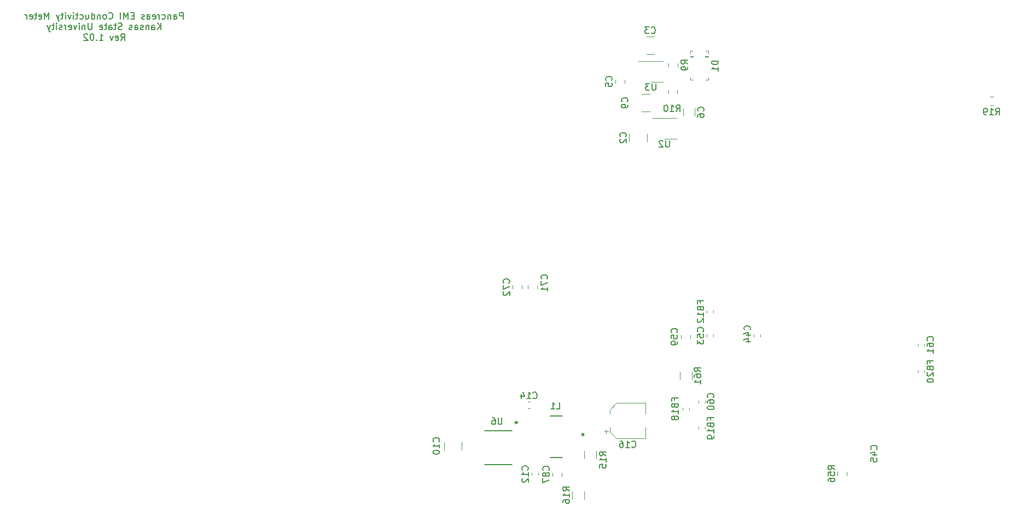
<source format=gbr>
G04 #@! TF.GenerationSoftware,KiCad,Pcbnew,(5.1.2)-1*
G04 #@! TF.CreationDate,2019-08-22T15:05:39-05:00*
G04 #@! TF.ProjectId,EMI_sensor_control_Rev1.0,454d495f-7365-46e7-936f-725f636f6e74,rev?*
G04 #@! TF.SameCoordinates,Original*
G04 #@! TF.FileFunction,Legend,Bot*
G04 #@! TF.FilePolarity,Positive*
%FSLAX46Y46*%
G04 Gerber Fmt 4.6, Leading zero omitted, Abs format (unit mm)*
G04 Created by KiCad (PCBNEW (5.1.2)-1) date 2019-08-22 15:05:39*
%MOMM*%
%LPD*%
G04 APERTURE LIST*
%ADD10C,0.150000*%
%ADD11C,0.120000*%
%ADD12C,0.100000*%
%ADD13C,0.152400*%
G04 APERTURE END LIST*
D10*
X92176666Y-60524380D02*
X92176666Y-59524380D01*
X91795714Y-59524380D01*
X91700476Y-59572000D01*
X91652857Y-59619619D01*
X91605238Y-59714857D01*
X91605238Y-59857714D01*
X91652857Y-59952952D01*
X91700476Y-60000571D01*
X91795714Y-60048190D01*
X92176666Y-60048190D01*
X90748095Y-60524380D02*
X90748095Y-60000571D01*
X90795714Y-59905333D01*
X90890952Y-59857714D01*
X91081428Y-59857714D01*
X91176666Y-59905333D01*
X90748095Y-60476761D02*
X90843333Y-60524380D01*
X91081428Y-60524380D01*
X91176666Y-60476761D01*
X91224285Y-60381523D01*
X91224285Y-60286285D01*
X91176666Y-60191047D01*
X91081428Y-60143428D01*
X90843333Y-60143428D01*
X90748095Y-60095809D01*
X90271904Y-59857714D02*
X90271904Y-60524380D01*
X90271904Y-59952952D02*
X90224285Y-59905333D01*
X90129047Y-59857714D01*
X89986190Y-59857714D01*
X89890952Y-59905333D01*
X89843333Y-60000571D01*
X89843333Y-60524380D01*
X88938571Y-60476761D02*
X89033809Y-60524380D01*
X89224285Y-60524380D01*
X89319523Y-60476761D01*
X89367142Y-60429142D01*
X89414761Y-60333904D01*
X89414761Y-60048190D01*
X89367142Y-59952952D01*
X89319523Y-59905333D01*
X89224285Y-59857714D01*
X89033809Y-59857714D01*
X88938571Y-59905333D01*
X88510000Y-60524380D02*
X88510000Y-59857714D01*
X88510000Y-60048190D02*
X88462380Y-59952952D01*
X88414761Y-59905333D01*
X88319523Y-59857714D01*
X88224285Y-59857714D01*
X87510000Y-60476761D02*
X87605238Y-60524380D01*
X87795714Y-60524380D01*
X87890952Y-60476761D01*
X87938571Y-60381523D01*
X87938571Y-60000571D01*
X87890952Y-59905333D01*
X87795714Y-59857714D01*
X87605238Y-59857714D01*
X87510000Y-59905333D01*
X87462380Y-60000571D01*
X87462380Y-60095809D01*
X87938571Y-60191047D01*
X86605238Y-60524380D02*
X86605238Y-60000571D01*
X86652857Y-59905333D01*
X86748095Y-59857714D01*
X86938571Y-59857714D01*
X87033809Y-59905333D01*
X86605238Y-60476761D02*
X86700476Y-60524380D01*
X86938571Y-60524380D01*
X87033809Y-60476761D01*
X87081428Y-60381523D01*
X87081428Y-60286285D01*
X87033809Y-60191047D01*
X86938571Y-60143428D01*
X86700476Y-60143428D01*
X86605238Y-60095809D01*
X86176666Y-60476761D02*
X86081428Y-60524380D01*
X85890952Y-60524380D01*
X85795714Y-60476761D01*
X85748095Y-60381523D01*
X85748095Y-60333904D01*
X85795714Y-60238666D01*
X85890952Y-60191047D01*
X86033809Y-60191047D01*
X86129047Y-60143428D01*
X86176666Y-60048190D01*
X86176666Y-60000571D01*
X86129047Y-59905333D01*
X86033809Y-59857714D01*
X85890952Y-59857714D01*
X85795714Y-59905333D01*
X84557619Y-60000571D02*
X84224285Y-60000571D01*
X84081428Y-60524380D02*
X84557619Y-60524380D01*
X84557619Y-59524380D01*
X84081428Y-59524380D01*
X83652857Y-60524380D02*
X83652857Y-59524380D01*
X83319523Y-60238666D01*
X82986190Y-59524380D01*
X82986190Y-60524380D01*
X82510000Y-60524380D02*
X82510000Y-59524380D01*
X80700476Y-60429142D02*
X80748095Y-60476761D01*
X80890952Y-60524380D01*
X80986190Y-60524380D01*
X81129047Y-60476761D01*
X81224285Y-60381523D01*
X81271904Y-60286285D01*
X81319523Y-60095809D01*
X81319523Y-59952952D01*
X81271904Y-59762476D01*
X81224285Y-59667238D01*
X81129047Y-59572000D01*
X80986190Y-59524380D01*
X80890952Y-59524380D01*
X80748095Y-59572000D01*
X80700476Y-59619619D01*
X80129047Y-60524380D02*
X80224285Y-60476761D01*
X80271904Y-60429142D01*
X80319523Y-60333904D01*
X80319523Y-60048190D01*
X80271904Y-59952952D01*
X80224285Y-59905333D01*
X80129047Y-59857714D01*
X79986190Y-59857714D01*
X79890952Y-59905333D01*
X79843333Y-59952952D01*
X79795714Y-60048190D01*
X79795714Y-60333904D01*
X79843333Y-60429142D01*
X79890952Y-60476761D01*
X79986190Y-60524380D01*
X80129047Y-60524380D01*
X79367142Y-59857714D02*
X79367142Y-60524380D01*
X79367142Y-59952952D02*
X79319523Y-59905333D01*
X79224285Y-59857714D01*
X79081428Y-59857714D01*
X78986190Y-59905333D01*
X78938571Y-60000571D01*
X78938571Y-60524380D01*
X78033809Y-60524380D02*
X78033809Y-59524380D01*
X78033809Y-60476761D02*
X78129047Y-60524380D01*
X78319523Y-60524380D01*
X78414761Y-60476761D01*
X78462380Y-60429142D01*
X78510000Y-60333904D01*
X78510000Y-60048190D01*
X78462380Y-59952952D01*
X78414761Y-59905333D01*
X78319523Y-59857714D01*
X78129047Y-59857714D01*
X78033809Y-59905333D01*
X77129047Y-59857714D02*
X77129047Y-60524380D01*
X77557619Y-59857714D02*
X77557619Y-60381523D01*
X77510000Y-60476761D01*
X77414761Y-60524380D01*
X77271904Y-60524380D01*
X77176666Y-60476761D01*
X77129047Y-60429142D01*
X76224285Y-60476761D02*
X76319523Y-60524380D01*
X76510000Y-60524380D01*
X76605238Y-60476761D01*
X76652857Y-60429142D01*
X76700476Y-60333904D01*
X76700476Y-60048190D01*
X76652857Y-59952952D01*
X76605238Y-59905333D01*
X76510000Y-59857714D01*
X76319523Y-59857714D01*
X76224285Y-59905333D01*
X75938571Y-59857714D02*
X75557619Y-59857714D01*
X75795714Y-59524380D02*
X75795714Y-60381523D01*
X75748095Y-60476761D01*
X75652857Y-60524380D01*
X75557619Y-60524380D01*
X75224285Y-60524380D02*
X75224285Y-59857714D01*
X75224285Y-59524380D02*
X75271904Y-59572000D01*
X75224285Y-59619619D01*
X75176666Y-59572000D01*
X75224285Y-59524380D01*
X75224285Y-59619619D01*
X74843333Y-59857714D02*
X74605238Y-60524380D01*
X74367142Y-59857714D01*
X73986190Y-60524380D02*
X73986190Y-59857714D01*
X73986190Y-59524380D02*
X74033809Y-59572000D01*
X73986190Y-59619619D01*
X73938571Y-59572000D01*
X73986190Y-59524380D01*
X73986190Y-59619619D01*
X73652857Y-59857714D02*
X73271904Y-59857714D01*
X73510000Y-59524380D02*
X73510000Y-60381523D01*
X73462380Y-60476761D01*
X73367142Y-60524380D01*
X73271904Y-60524380D01*
X73033809Y-59857714D02*
X72795714Y-60524380D01*
X72557619Y-59857714D02*
X72795714Y-60524380D01*
X72890952Y-60762476D01*
X72938571Y-60810095D01*
X73033809Y-60857714D01*
X71414761Y-60524380D02*
X71414761Y-59524380D01*
X71081428Y-60238666D01*
X70748095Y-59524380D01*
X70748095Y-60524380D01*
X69890952Y-60476761D02*
X69986190Y-60524380D01*
X70176666Y-60524380D01*
X70271904Y-60476761D01*
X70319523Y-60381523D01*
X70319523Y-60000571D01*
X70271904Y-59905333D01*
X70176666Y-59857714D01*
X69986190Y-59857714D01*
X69890952Y-59905333D01*
X69843333Y-60000571D01*
X69843333Y-60095809D01*
X70319523Y-60191047D01*
X69557619Y-59857714D02*
X69176666Y-59857714D01*
X69414761Y-59524380D02*
X69414761Y-60381523D01*
X69367142Y-60476761D01*
X69271904Y-60524380D01*
X69176666Y-60524380D01*
X68462380Y-60476761D02*
X68557619Y-60524380D01*
X68748095Y-60524380D01*
X68843333Y-60476761D01*
X68890952Y-60381523D01*
X68890952Y-60000571D01*
X68843333Y-59905333D01*
X68748095Y-59857714D01*
X68557619Y-59857714D01*
X68462380Y-59905333D01*
X68414761Y-60000571D01*
X68414761Y-60095809D01*
X68890952Y-60191047D01*
X67986190Y-60524380D02*
X67986190Y-59857714D01*
X67986190Y-60048190D02*
X67938571Y-59952952D01*
X67890952Y-59905333D01*
X67795714Y-59857714D01*
X67700476Y-59857714D01*
X88771904Y-62174380D02*
X88771904Y-61174380D01*
X88200476Y-62174380D02*
X88629047Y-61602952D01*
X88200476Y-61174380D02*
X88771904Y-61745809D01*
X87343333Y-62174380D02*
X87343333Y-61650571D01*
X87390952Y-61555333D01*
X87486190Y-61507714D01*
X87676666Y-61507714D01*
X87771904Y-61555333D01*
X87343333Y-62126761D02*
X87438571Y-62174380D01*
X87676666Y-62174380D01*
X87771904Y-62126761D01*
X87819523Y-62031523D01*
X87819523Y-61936285D01*
X87771904Y-61841047D01*
X87676666Y-61793428D01*
X87438571Y-61793428D01*
X87343333Y-61745809D01*
X86867142Y-61507714D02*
X86867142Y-62174380D01*
X86867142Y-61602952D02*
X86819523Y-61555333D01*
X86724285Y-61507714D01*
X86581428Y-61507714D01*
X86486190Y-61555333D01*
X86438571Y-61650571D01*
X86438571Y-62174380D01*
X86010000Y-62126761D02*
X85914761Y-62174380D01*
X85724285Y-62174380D01*
X85629047Y-62126761D01*
X85581428Y-62031523D01*
X85581428Y-61983904D01*
X85629047Y-61888666D01*
X85724285Y-61841047D01*
X85867142Y-61841047D01*
X85962380Y-61793428D01*
X86010000Y-61698190D01*
X86010000Y-61650571D01*
X85962380Y-61555333D01*
X85867142Y-61507714D01*
X85724285Y-61507714D01*
X85629047Y-61555333D01*
X84724285Y-62174380D02*
X84724285Y-61650571D01*
X84771904Y-61555333D01*
X84867142Y-61507714D01*
X85057619Y-61507714D01*
X85152857Y-61555333D01*
X84724285Y-62126761D02*
X84819523Y-62174380D01*
X85057619Y-62174380D01*
X85152857Y-62126761D01*
X85200476Y-62031523D01*
X85200476Y-61936285D01*
X85152857Y-61841047D01*
X85057619Y-61793428D01*
X84819523Y-61793428D01*
X84724285Y-61745809D01*
X84295714Y-62126761D02*
X84200476Y-62174380D01*
X84010000Y-62174380D01*
X83914761Y-62126761D01*
X83867142Y-62031523D01*
X83867142Y-61983904D01*
X83914761Y-61888666D01*
X84010000Y-61841047D01*
X84152857Y-61841047D01*
X84248095Y-61793428D01*
X84295714Y-61698190D01*
X84295714Y-61650571D01*
X84248095Y-61555333D01*
X84152857Y-61507714D01*
X84010000Y-61507714D01*
X83914761Y-61555333D01*
X82724285Y-62126761D02*
X82581428Y-62174380D01*
X82343333Y-62174380D01*
X82248095Y-62126761D01*
X82200476Y-62079142D01*
X82152857Y-61983904D01*
X82152857Y-61888666D01*
X82200476Y-61793428D01*
X82248095Y-61745809D01*
X82343333Y-61698190D01*
X82533809Y-61650571D01*
X82629047Y-61602952D01*
X82676666Y-61555333D01*
X82724285Y-61460095D01*
X82724285Y-61364857D01*
X82676666Y-61269619D01*
X82629047Y-61222000D01*
X82533809Y-61174380D01*
X82295714Y-61174380D01*
X82152857Y-61222000D01*
X81867142Y-61507714D02*
X81486190Y-61507714D01*
X81724285Y-61174380D02*
X81724285Y-62031523D01*
X81676666Y-62126761D01*
X81581428Y-62174380D01*
X81486190Y-62174380D01*
X80724285Y-62174380D02*
X80724285Y-61650571D01*
X80771904Y-61555333D01*
X80867142Y-61507714D01*
X81057619Y-61507714D01*
X81152857Y-61555333D01*
X80724285Y-62126761D02*
X80819523Y-62174380D01*
X81057619Y-62174380D01*
X81152857Y-62126761D01*
X81200476Y-62031523D01*
X81200476Y-61936285D01*
X81152857Y-61841047D01*
X81057619Y-61793428D01*
X80819523Y-61793428D01*
X80724285Y-61745809D01*
X80390952Y-61507714D02*
X80010000Y-61507714D01*
X80248095Y-61174380D02*
X80248095Y-62031523D01*
X80200476Y-62126761D01*
X80105238Y-62174380D01*
X80010000Y-62174380D01*
X79295714Y-62126761D02*
X79390952Y-62174380D01*
X79581428Y-62174380D01*
X79676666Y-62126761D01*
X79724285Y-62031523D01*
X79724285Y-61650571D01*
X79676666Y-61555333D01*
X79581428Y-61507714D01*
X79390952Y-61507714D01*
X79295714Y-61555333D01*
X79248095Y-61650571D01*
X79248095Y-61745809D01*
X79724285Y-61841047D01*
X78057619Y-61174380D02*
X78057619Y-61983904D01*
X78010000Y-62079142D01*
X77962380Y-62126761D01*
X77867142Y-62174380D01*
X77676666Y-62174380D01*
X77581428Y-62126761D01*
X77533809Y-62079142D01*
X77486190Y-61983904D01*
X77486190Y-61174380D01*
X77010000Y-61507714D02*
X77010000Y-62174380D01*
X77010000Y-61602952D02*
X76962380Y-61555333D01*
X76867142Y-61507714D01*
X76724285Y-61507714D01*
X76629047Y-61555333D01*
X76581428Y-61650571D01*
X76581428Y-62174380D01*
X76105238Y-62174380D02*
X76105238Y-61507714D01*
X76105238Y-61174380D02*
X76152857Y-61222000D01*
X76105238Y-61269619D01*
X76057619Y-61222000D01*
X76105238Y-61174380D01*
X76105238Y-61269619D01*
X75724285Y-61507714D02*
X75486190Y-62174380D01*
X75248095Y-61507714D01*
X74486190Y-62126761D02*
X74581428Y-62174380D01*
X74771904Y-62174380D01*
X74867142Y-62126761D01*
X74914761Y-62031523D01*
X74914761Y-61650571D01*
X74867142Y-61555333D01*
X74771904Y-61507714D01*
X74581428Y-61507714D01*
X74486190Y-61555333D01*
X74438571Y-61650571D01*
X74438571Y-61745809D01*
X74914761Y-61841047D01*
X74010000Y-62174380D02*
X74010000Y-61507714D01*
X74010000Y-61698190D02*
X73962380Y-61602952D01*
X73914761Y-61555333D01*
X73819523Y-61507714D01*
X73724285Y-61507714D01*
X73438571Y-62126761D02*
X73343333Y-62174380D01*
X73152857Y-62174380D01*
X73057619Y-62126761D01*
X73010000Y-62031523D01*
X73010000Y-61983904D01*
X73057619Y-61888666D01*
X73152857Y-61841047D01*
X73295714Y-61841047D01*
X73390952Y-61793428D01*
X73438571Y-61698190D01*
X73438571Y-61650571D01*
X73390952Y-61555333D01*
X73295714Y-61507714D01*
X73152857Y-61507714D01*
X73057619Y-61555333D01*
X72581428Y-62174380D02*
X72581428Y-61507714D01*
X72581428Y-61174380D02*
X72629047Y-61222000D01*
X72581428Y-61269619D01*
X72533809Y-61222000D01*
X72581428Y-61174380D01*
X72581428Y-61269619D01*
X72248095Y-61507714D02*
X71867142Y-61507714D01*
X72105238Y-61174380D02*
X72105238Y-62031523D01*
X72057619Y-62126761D01*
X71962380Y-62174380D01*
X71867142Y-62174380D01*
X71629047Y-61507714D02*
X71390952Y-62174380D01*
X71152857Y-61507714D02*
X71390952Y-62174380D01*
X71486190Y-62412476D01*
X71533809Y-62460095D01*
X71629047Y-62507714D01*
X82557619Y-63824380D02*
X82890952Y-63348190D01*
X83129047Y-63824380D02*
X83129047Y-62824380D01*
X82748095Y-62824380D01*
X82652857Y-62872000D01*
X82605238Y-62919619D01*
X82557619Y-63014857D01*
X82557619Y-63157714D01*
X82605238Y-63252952D01*
X82652857Y-63300571D01*
X82748095Y-63348190D01*
X83129047Y-63348190D01*
X81748095Y-63776761D02*
X81843333Y-63824380D01*
X82033809Y-63824380D01*
X82129047Y-63776761D01*
X82176666Y-63681523D01*
X82176666Y-63300571D01*
X82129047Y-63205333D01*
X82033809Y-63157714D01*
X81843333Y-63157714D01*
X81748095Y-63205333D01*
X81700476Y-63300571D01*
X81700476Y-63395809D01*
X82176666Y-63491047D01*
X81367142Y-63157714D02*
X81129047Y-63824380D01*
X80890952Y-63157714D01*
X79224285Y-63824380D02*
X79795714Y-63824380D01*
X79510000Y-63824380D02*
X79510000Y-62824380D01*
X79605238Y-62967238D01*
X79700476Y-63062476D01*
X79795714Y-63110095D01*
X78795714Y-63729142D02*
X78748095Y-63776761D01*
X78795714Y-63824380D01*
X78843333Y-63776761D01*
X78795714Y-63729142D01*
X78795714Y-63824380D01*
X78129047Y-62824380D02*
X78033809Y-62824380D01*
X77938571Y-62872000D01*
X77890952Y-62919619D01*
X77843333Y-63014857D01*
X77795714Y-63205333D01*
X77795714Y-63443428D01*
X77843333Y-63633904D01*
X77890952Y-63729142D01*
X77938571Y-63776761D01*
X78033809Y-63824380D01*
X78129047Y-63824380D01*
X78224285Y-63776761D01*
X78271904Y-63729142D01*
X78319523Y-63633904D01*
X78367142Y-63443428D01*
X78367142Y-63205333D01*
X78319523Y-63014857D01*
X78271904Y-62919619D01*
X78224285Y-62872000D01*
X78129047Y-62824380D01*
X77414761Y-62919619D02*
X77367142Y-62872000D01*
X77271904Y-62824380D01*
X77033809Y-62824380D01*
X76938571Y-62872000D01*
X76890952Y-62919619D01*
X76843333Y-63014857D01*
X76843333Y-63110095D01*
X76890952Y-63252952D01*
X77462380Y-63824380D01*
X76843333Y-63824380D01*
D11*
X161250800Y-78304636D02*
X161250800Y-79508764D01*
X163970800Y-78304636D02*
X163970800Y-79508764D01*
X163912136Y-63232200D02*
X165116264Y-63232200D01*
X163912136Y-65952200D02*
X165116264Y-65952200D01*
X160501400Y-69957048D02*
X160501400Y-70479552D01*
X159081400Y-69957048D02*
X159081400Y-70479552D01*
X169574800Y-74364436D02*
X169574800Y-75568564D01*
X171394800Y-74364436D02*
X171394800Y-75568564D01*
X163202536Y-72127280D02*
X164406664Y-72127280D01*
X163202536Y-74847280D02*
X164406664Y-74847280D01*
X135314520Y-127246464D02*
X135314520Y-126042336D01*
X132594520Y-127246464D02*
X132594520Y-126042336D01*
X146108960Y-130840633D02*
X146108960Y-131183167D01*
X147128960Y-130840633D02*
X147128960Y-131183167D01*
X145875827Y-120819640D02*
X145533293Y-120819640D01*
X145875827Y-119799640D02*
X145533293Y-119799640D01*
X163765880Y-119977880D02*
X163765880Y-121677880D01*
X163765880Y-125497880D02*
X163765880Y-123797880D01*
X159310317Y-125497880D02*
X163765880Y-125497880D01*
X159310317Y-119977880D02*
X163765880Y-119977880D01*
X158245880Y-121042317D02*
X158245880Y-121677880D01*
X158245880Y-124433443D02*
X158245880Y-123797880D01*
X158245880Y-124433443D02*
X159310317Y-125497880D01*
X158245880Y-121042317D02*
X159310317Y-119977880D01*
X157380880Y-124422880D02*
X158005880Y-124422880D01*
X157693380Y-124735380D02*
X157693380Y-124110380D01*
X181510400Y-109760867D02*
X181510400Y-109418333D01*
X180490400Y-109760867D02*
X180490400Y-109418333D01*
X173226000Y-109415733D02*
X173226000Y-109758267D01*
X174246000Y-109415733D02*
X174246000Y-109758267D01*
X170686800Y-109998252D02*
X170686800Y-109475748D01*
X169266800Y-109998252D02*
X169266800Y-109475748D01*
X171956000Y-119946267D02*
X171956000Y-119603733D01*
X172976000Y-119946267D02*
X172976000Y-119603733D01*
X206961200Y-111157867D02*
X206961200Y-110815333D01*
X205941200Y-111157867D02*
X205941200Y-110815333D01*
X145543200Y-101786948D02*
X145543200Y-102309452D01*
X146963200Y-101786948D02*
X146963200Y-102309452D01*
X144626400Y-101795948D02*
X144626400Y-102318452D01*
X143206400Y-101795948D02*
X143206400Y-102318452D01*
X150778280Y-130788888D02*
X150778280Y-131311392D01*
X149358280Y-130788888D02*
X149358280Y-131311392D01*
D12*
X173476920Y-66276220D02*
X173017180Y-66276220D01*
X173017180Y-66276220D02*
X173017180Y-66352420D01*
X173017180Y-66352420D02*
X173476920Y-66352420D01*
X173476920Y-66352420D02*
X173476920Y-66276220D01*
X170675300Y-66276220D02*
X171140120Y-66276220D01*
X171140120Y-66276220D02*
X171140120Y-66352420D01*
X171140120Y-66352420D02*
X170675300Y-66352420D01*
X170675300Y-66352420D02*
X170675300Y-66276220D01*
X173474840Y-69966400D02*
X173474840Y-69566400D01*
X173474840Y-69966400D02*
X173074840Y-69966400D01*
X173474840Y-65466400D02*
X173474840Y-65866400D01*
X173474840Y-65466400D02*
X173074840Y-65466400D01*
X170674840Y-65466400D02*
X171074840Y-65466400D01*
X170674840Y-65466400D02*
X170674840Y-65866400D01*
X170674840Y-69966400D02*
X170674840Y-69566400D01*
X170674840Y-69966400D02*
X171074840Y-69966400D01*
D11*
X173226000Y-105656533D02*
X173226000Y-105999067D01*
X174246000Y-105656533D02*
X174246000Y-105999067D01*
X169517600Y-121086667D02*
X169517600Y-120744133D01*
X170537600Y-121086667D02*
X170537600Y-120744133D01*
X172976000Y-124061067D02*
X172976000Y-123718533D01*
X171956000Y-124061067D02*
X171956000Y-123718533D01*
X205941200Y-115272667D02*
X205941200Y-114930133D01*
X206961200Y-115272667D02*
X206961200Y-114930133D01*
D13*
X150865359Y-128427480D02*
X149037521Y-128427480D01*
X149037521Y-121975880D02*
X150865359Y-121975880D01*
D11*
X167305920Y-67430908D02*
X167305920Y-67953412D01*
X168725920Y-67430908D02*
X168725920Y-67953412D01*
X167285600Y-71528148D02*
X167285600Y-72050652D01*
X168705600Y-71528148D02*
X168705600Y-72050652D01*
X156131940Y-127414876D02*
X156131940Y-128619004D01*
X154311940Y-127414876D02*
X154311940Y-128619004D01*
X154267580Y-133666476D02*
X154267580Y-134870604D01*
X152447580Y-133666476D02*
X152447580Y-134870604D01*
X217061148Y-73963600D02*
X217583652Y-73963600D01*
X217061148Y-72543600D02*
X217583652Y-72543600D01*
X193498400Y-130692148D02*
X193498400Y-131214652D01*
X194918400Y-130692148D02*
X194918400Y-131214652D01*
X170937600Y-116360964D02*
X170937600Y-115156836D01*
X169117600Y-116360964D02*
X169117600Y-115156836D01*
X164787500Y-75834600D02*
X168587500Y-75834600D01*
X166687500Y-79054600D02*
X168587500Y-79054600D01*
X164579300Y-70266200D02*
X166479300Y-70266200D01*
X162679300Y-67046200D02*
X166479300Y-67046200D01*
D13*
X143065500Y-129550160D02*
X138823700Y-129550160D01*
X138823700Y-124317760D02*
X143065500Y-124317760D01*
D10*
X160687942Y-78740033D02*
X160735561Y-78692414D01*
X160783180Y-78549557D01*
X160783180Y-78454319D01*
X160735561Y-78311461D01*
X160640323Y-78216223D01*
X160545085Y-78168604D01*
X160354609Y-78120985D01*
X160211752Y-78120985D01*
X160021276Y-78168604D01*
X159926038Y-78216223D01*
X159830800Y-78311461D01*
X159783180Y-78454319D01*
X159783180Y-78549557D01*
X159830800Y-78692414D01*
X159878419Y-78740033D01*
X159878419Y-79120985D02*
X159830800Y-79168604D01*
X159783180Y-79263842D01*
X159783180Y-79501938D01*
X159830800Y-79597176D01*
X159878419Y-79644795D01*
X159973657Y-79692414D01*
X160068895Y-79692414D01*
X160211752Y-79644795D01*
X160783180Y-79073366D01*
X160783180Y-79692414D01*
X164646906Y-62673502D02*
X164694525Y-62721121D01*
X164837382Y-62768740D01*
X164932620Y-62768740D01*
X165075478Y-62721121D01*
X165170716Y-62625883D01*
X165218335Y-62530645D01*
X165265954Y-62340169D01*
X165265954Y-62197312D01*
X165218335Y-62006836D01*
X165170716Y-61911598D01*
X165075478Y-61816360D01*
X164932620Y-61768740D01*
X164837382Y-61768740D01*
X164694525Y-61816360D01*
X164646906Y-61863979D01*
X164313573Y-61768740D02*
X163694525Y-61768740D01*
X164027859Y-62149693D01*
X163885001Y-62149693D01*
X163789763Y-62197312D01*
X163742144Y-62244931D01*
X163694525Y-62340169D01*
X163694525Y-62578264D01*
X163742144Y-62673502D01*
X163789763Y-62721121D01*
X163885001Y-62768740D01*
X164170716Y-62768740D01*
X164265954Y-62721121D01*
X164313573Y-62673502D01*
X158498542Y-70051633D02*
X158546161Y-70004014D01*
X158593780Y-69861157D01*
X158593780Y-69765919D01*
X158546161Y-69623061D01*
X158450923Y-69527823D01*
X158355685Y-69480204D01*
X158165209Y-69432585D01*
X158022352Y-69432585D01*
X157831876Y-69480204D01*
X157736638Y-69527823D01*
X157641400Y-69623061D01*
X157593780Y-69765919D01*
X157593780Y-69861157D01*
X157641400Y-70004014D01*
X157689019Y-70051633D01*
X157593780Y-70956395D02*
X157593780Y-70480204D01*
X158069971Y-70432585D01*
X158022352Y-70480204D01*
X157974733Y-70575442D01*
X157974733Y-70813538D01*
X158022352Y-70908776D01*
X158069971Y-70956395D01*
X158165209Y-71004014D01*
X158403304Y-71004014D01*
X158498542Y-70956395D01*
X158546161Y-70908776D01*
X158593780Y-70813538D01*
X158593780Y-70575442D01*
X158546161Y-70480204D01*
X158498542Y-70432585D01*
X172721542Y-74814133D02*
X172769161Y-74766514D01*
X172816780Y-74623657D01*
X172816780Y-74528419D01*
X172769161Y-74385561D01*
X172673923Y-74290323D01*
X172578685Y-74242704D01*
X172388209Y-74195085D01*
X172245352Y-74195085D01*
X172054876Y-74242704D01*
X171959638Y-74290323D01*
X171864400Y-74385561D01*
X171816780Y-74528419D01*
X171816780Y-74623657D01*
X171864400Y-74766514D01*
X171912019Y-74814133D01*
X171816780Y-75671276D02*
X171816780Y-75480800D01*
X171864400Y-75385561D01*
X171912019Y-75337942D01*
X172054876Y-75242704D01*
X172245352Y-75195085D01*
X172626304Y-75195085D01*
X172721542Y-75242704D01*
X172769161Y-75290323D01*
X172816780Y-75385561D01*
X172816780Y-75576038D01*
X172769161Y-75671276D01*
X172721542Y-75718895D01*
X172626304Y-75766514D01*
X172388209Y-75766514D01*
X172292971Y-75718895D01*
X172245352Y-75671276D01*
X172197733Y-75576038D01*
X172197733Y-75385561D01*
X172245352Y-75290323D01*
X172292971Y-75242704D01*
X172388209Y-75195085D01*
X160951182Y-73335853D02*
X160998801Y-73288234D01*
X161046420Y-73145377D01*
X161046420Y-73050139D01*
X160998801Y-72907281D01*
X160903563Y-72812043D01*
X160808325Y-72764424D01*
X160617849Y-72716805D01*
X160474992Y-72716805D01*
X160284516Y-72764424D01*
X160189278Y-72812043D01*
X160094040Y-72907281D01*
X160046420Y-73050139D01*
X160046420Y-73145377D01*
X160094040Y-73288234D01*
X160141659Y-73335853D01*
X161046420Y-73812043D02*
X161046420Y-74002520D01*
X160998801Y-74097758D01*
X160951182Y-74145377D01*
X160808325Y-74240615D01*
X160617849Y-74288234D01*
X160236897Y-74288234D01*
X160141659Y-74240615D01*
X160094040Y-74192996D01*
X160046420Y-74097758D01*
X160046420Y-73907281D01*
X160094040Y-73812043D01*
X160141659Y-73764424D01*
X160236897Y-73716805D01*
X160474992Y-73716805D01*
X160570230Y-73764424D01*
X160617849Y-73812043D01*
X160665468Y-73907281D01*
X160665468Y-74097758D01*
X160617849Y-74192996D01*
X160570230Y-74240615D01*
X160474992Y-74288234D01*
X131781822Y-126001542D02*
X131829441Y-125953923D01*
X131877060Y-125811066D01*
X131877060Y-125715828D01*
X131829441Y-125572971D01*
X131734203Y-125477733D01*
X131638965Y-125430114D01*
X131448489Y-125382495D01*
X131305632Y-125382495D01*
X131115156Y-125430114D01*
X131019918Y-125477733D01*
X130924680Y-125572971D01*
X130877060Y-125715828D01*
X130877060Y-125811066D01*
X130924680Y-125953923D01*
X130972299Y-126001542D01*
X131877060Y-126953923D02*
X131877060Y-126382495D01*
X131877060Y-126668209D02*
X130877060Y-126668209D01*
X131019918Y-126572971D01*
X131115156Y-126477733D01*
X131162775Y-126382495D01*
X130877060Y-127572971D02*
X130877060Y-127668209D01*
X130924680Y-127763447D01*
X130972299Y-127811066D01*
X131067537Y-127858685D01*
X131258013Y-127906304D01*
X131496108Y-127906304D01*
X131686584Y-127858685D01*
X131781822Y-127811066D01*
X131829441Y-127763447D01*
X131877060Y-127668209D01*
X131877060Y-127572971D01*
X131829441Y-127477733D01*
X131781822Y-127430114D01*
X131686584Y-127382495D01*
X131496108Y-127334876D01*
X131258013Y-127334876D01*
X131067537Y-127382495D01*
X130972299Y-127430114D01*
X130924680Y-127477733D01*
X130877060Y-127572971D01*
X145546102Y-130369042D02*
X145593721Y-130321423D01*
X145641340Y-130178566D01*
X145641340Y-130083328D01*
X145593721Y-129940471D01*
X145498483Y-129845233D01*
X145403245Y-129797614D01*
X145212769Y-129749995D01*
X145069912Y-129749995D01*
X144879436Y-129797614D01*
X144784198Y-129845233D01*
X144688960Y-129940471D01*
X144641340Y-130083328D01*
X144641340Y-130178566D01*
X144688960Y-130321423D01*
X144736579Y-130369042D01*
X145641340Y-131321423D02*
X145641340Y-130749995D01*
X145641340Y-131035709D02*
X144641340Y-131035709D01*
X144784198Y-130940471D01*
X144879436Y-130845233D01*
X144927055Y-130749995D01*
X144736579Y-131702376D02*
X144688960Y-131749995D01*
X144641340Y-131845233D01*
X144641340Y-132083328D01*
X144688960Y-132178566D01*
X144736579Y-132226185D01*
X144831817Y-132273804D01*
X144927055Y-132273804D01*
X145069912Y-132226185D01*
X145641340Y-131654757D01*
X145641340Y-132273804D01*
X146347417Y-119236782D02*
X146395036Y-119284401D01*
X146537893Y-119332020D01*
X146633131Y-119332020D01*
X146775988Y-119284401D01*
X146871226Y-119189163D01*
X146918845Y-119093925D01*
X146966464Y-118903449D01*
X146966464Y-118760592D01*
X146918845Y-118570116D01*
X146871226Y-118474878D01*
X146775988Y-118379640D01*
X146633131Y-118332020D01*
X146537893Y-118332020D01*
X146395036Y-118379640D01*
X146347417Y-118427259D01*
X145395036Y-119332020D02*
X145966464Y-119332020D01*
X145680750Y-119332020D02*
X145680750Y-118332020D01*
X145775988Y-118474878D01*
X145871226Y-118570116D01*
X145966464Y-118617735D01*
X144537893Y-118665354D02*
X144537893Y-119332020D01*
X144775988Y-118284401D02*
X145014083Y-118998687D01*
X144395036Y-118998687D01*
X161648737Y-126795022D02*
X161696356Y-126842641D01*
X161839213Y-126890260D01*
X161934451Y-126890260D01*
X162077308Y-126842641D01*
X162172546Y-126747403D01*
X162220165Y-126652165D01*
X162267784Y-126461689D01*
X162267784Y-126318832D01*
X162220165Y-126128356D01*
X162172546Y-126033118D01*
X162077308Y-125937880D01*
X161934451Y-125890260D01*
X161839213Y-125890260D01*
X161696356Y-125937880D01*
X161648737Y-125985499D01*
X160696356Y-126890260D02*
X161267784Y-126890260D01*
X160982070Y-126890260D02*
X160982070Y-125890260D01*
X161077308Y-126033118D01*
X161172546Y-126128356D01*
X161267784Y-126175975D01*
X159839213Y-125890260D02*
X160029689Y-125890260D01*
X160124927Y-125937880D01*
X160172546Y-125985499D01*
X160267784Y-126128356D01*
X160315403Y-126318832D01*
X160315403Y-126699784D01*
X160267784Y-126795022D01*
X160220165Y-126842641D01*
X160124927Y-126890260D01*
X159934451Y-126890260D01*
X159839213Y-126842641D01*
X159791594Y-126795022D01*
X159743975Y-126699784D01*
X159743975Y-126461689D01*
X159791594Y-126366451D01*
X159839213Y-126318832D01*
X159934451Y-126271213D01*
X160124927Y-126271213D01*
X160220165Y-126318832D01*
X160267784Y-126366451D01*
X160315403Y-126461689D01*
X179897042Y-108666042D02*
X179944661Y-108618423D01*
X179992280Y-108475566D01*
X179992280Y-108380328D01*
X179944661Y-108237471D01*
X179849423Y-108142233D01*
X179754185Y-108094614D01*
X179563709Y-108046995D01*
X179420852Y-108046995D01*
X179230376Y-108094614D01*
X179135138Y-108142233D01*
X179039900Y-108237471D01*
X178992280Y-108380328D01*
X178992280Y-108475566D01*
X179039900Y-108618423D01*
X179087519Y-108666042D01*
X179325614Y-109523185D02*
X179992280Y-109523185D01*
X178944661Y-109285090D02*
X179658947Y-109046995D01*
X179658947Y-109666042D01*
X179325614Y-110475566D02*
X179992280Y-110475566D01*
X178944661Y-110237471D02*
X179658947Y-109999376D01*
X179658947Y-110618423D01*
X199505842Y-127195342D02*
X199553461Y-127147723D01*
X199601080Y-127004866D01*
X199601080Y-126909628D01*
X199553461Y-126766771D01*
X199458223Y-126671533D01*
X199362985Y-126623914D01*
X199172509Y-126576295D01*
X199029652Y-126576295D01*
X198839176Y-126623914D01*
X198743938Y-126671533D01*
X198648700Y-126766771D01*
X198601080Y-126909628D01*
X198601080Y-127004866D01*
X198648700Y-127147723D01*
X198696319Y-127195342D01*
X198934414Y-128052485D02*
X199601080Y-128052485D01*
X198553461Y-127814390D02*
X199267747Y-127576295D01*
X199267747Y-128195342D01*
X198601080Y-129052485D02*
X198601080Y-128576295D01*
X199077271Y-128528676D01*
X199029652Y-128576295D01*
X198982033Y-128671533D01*
X198982033Y-128909628D01*
X199029652Y-129004866D01*
X199077271Y-129052485D01*
X199172509Y-129100104D01*
X199410604Y-129100104D01*
X199505842Y-129052485D01*
X199553461Y-129004866D01*
X199601080Y-128909628D01*
X199601080Y-128671533D01*
X199553461Y-128576295D01*
X199505842Y-128528676D01*
X172663142Y-108944142D02*
X172710761Y-108896523D01*
X172758380Y-108753666D01*
X172758380Y-108658428D01*
X172710761Y-108515571D01*
X172615523Y-108420333D01*
X172520285Y-108372714D01*
X172329809Y-108325095D01*
X172186952Y-108325095D01*
X171996476Y-108372714D01*
X171901238Y-108420333D01*
X171806000Y-108515571D01*
X171758380Y-108658428D01*
X171758380Y-108753666D01*
X171806000Y-108896523D01*
X171853619Y-108944142D01*
X171758380Y-109848904D02*
X171758380Y-109372714D01*
X172234571Y-109325095D01*
X172186952Y-109372714D01*
X172139333Y-109467952D01*
X172139333Y-109706047D01*
X172186952Y-109801285D01*
X172234571Y-109848904D01*
X172329809Y-109896523D01*
X172567904Y-109896523D01*
X172663142Y-109848904D01*
X172710761Y-109801285D01*
X172758380Y-109706047D01*
X172758380Y-109467952D01*
X172710761Y-109372714D01*
X172663142Y-109325095D01*
X171758380Y-110229857D02*
X171758380Y-110848904D01*
X172139333Y-110515571D01*
X172139333Y-110658428D01*
X172186952Y-110753666D01*
X172234571Y-110801285D01*
X172329809Y-110848904D01*
X172567904Y-110848904D01*
X172663142Y-110801285D01*
X172710761Y-110753666D01*
X172758380Y-110658428D01*
X172758380Y-110372714D01*
X172710761Y-110277476D01*
X172663142Y-110229857D01*
X168606742Y-109085142D02*
X168654361Y-109037523D01*
X168701980Y-108894666D01*
X168701980Y-108799428D01*
X168654361Y-108656571D01*
X168559123Y-108561333D01*
X168463885Y-108513714D01*
X168273409Y-108466095D01*
X168130552Y-108466095D01*
X167940076Y-108513714D01*
X167844838Y-108561333D01*
X167749600Y-108656571D01*
X167701980Y-108799428D01*
X167701980Y-108894666D01*
X167749600Y-109037523D01*
X167797219Y-109085142D01*
X167701980Y-109989904D02*
X167701980Y-109513714D01*
X168178171Y-109466095D01*
X168130552Y-109513714D01*
X168082933Y-109608952D01*
X168082933Y-109847047D01*
X168130552Y-109942285D01*
X168178171Y-109989904D01*
X168273409Y-110037523D01*
X168511504Y-110037523D01*
X168606742Y-109989904D01*
X168654361Y-109942285D01*
X168701980Y-109847047D01*
X168701980Y-109608952D01*
X168654361Y-109513714D01*
X168606742Y-109466095D01*
X168701980Y-110513714D02*
X168701980Y-110704190D01*
X168654361Y-110799428D01*
X168606742Y-110847047D01*
X168463885Y-110942285D01*
X168273409Y-110989904D01*
X167892457Y-110989904D01*
X167797219Y-110942285D01*
X167749600Y-110894666D01*
X167701980Y-110799428D01*
X167701980Y-110608952D01*
X167749600Y-110513714D01*
X167797219Y-110466095D01*
X167892457Y-110418476D01*
X168130552Y-110418476D01*
X168225790Y-110466095D01*
X168273409Y-110513714D01*
X168321028Y-110608952D01*
X168321028Y-110799428D01*
X168273409Y-110894666D01*
X168225790Y-110942285D01*
X168130552Y-110989904D01*
X174253142Y-119132142D02*
X174300761Y-119084523D01*
X174348380Y-118941666D01*
X174348380Y-118846428D01*
X174300761Y-118703571D01*
X174205523Y-118608333D01*
X174110285Y-118560714D01*
X173919809Y-118513095D01*
X173776952Y-118513095D01*
X173586476Y-118560714D01*
X173491238Y-118608333D01*
X173396000Y-118703571D01*
X173348380Y-118846428D01*
X173348380Y-118941666D01*
X173396000Y-119084523D01*
X173443619Y-119132142D01*
X173348380Y-119989285D02*
X173348380Y-119798809D01*
X173396000Y-119703571D01*
X173443619Y-119655952D01*
X173586476Y-119560714D01*
X173776952Y-119513095D01*
X174157904Y-119513095D01*
X174253142Y-119560714D01*
X174300761Y-119608333D01*
X174348380Y-119703571D01*
X174348380Y-119894047D01*
X174300761Y-119989285D01*
X174253142Y-120036904D01*
X174157904Y-120084523D01*
X173919809Y-120084523D01*
X173824571Y-120036904D01*
X173776952Y-119989285D01*
X173729333Y-119894047D01*
X173729333Y-119703571D01*
X173776952Y-119608333D01*
X173824571Y-119560714D01*
X173919809Y-119513095D01*
X173348380Y-120703571D02*
X173348380Y-120798809D01*
X173396000Y-120894047D01*
X173443619Y-120941666D01*
X173538857Y-120989285D01*
X173729333Y-121036904D01*
X173967428Y-121036904D01*
X174157904Y-120989285D01*
X174253142Y-120941666D01*
X174300761Y-120894047D01*
X174348380Y-120798809D01*
X174348380Y-120703571D01*
X174300761Y-120608333D01*
X174253142Y-120560714D01*
X174157904Y-120513095D01*
X173967428Y-120465476D01*
X173729333Y-120465476D01*
X173538857Y-120513095D01*
X173443619Y-120560714D01*
X173396000Y-120608333D01*
X173348380Y-120703571D01*
X208238342Y-110343742D02*
X208285961Y-110296123D01*
X208333580Y-110153266D01*
X208333580Y-110058028D01*
X208285961Y-109915171D01*
X208190723Y-109819933D01*
X208095485Y-109772314D01*
X207905009Y-109724695D01*
X207762152Y-109724695D01*
X207571676Y-109772314D01*
X207476438Y-109819933D01*
X207381200Y-109915171D01*
X207333580Y-110058028D01*
X207333580Y-110153266D01*
X207381200Y-110296123D01*
X207428819Y-110343742D01*
X207333580Y-111200885D02*
X207333580Y-111010409D01*
X207381200Y-110915171D01*
X207428819Y-110867552D01*
X207571676Y-110772314D01*
X207762152Y-110724695D01*
X208143104Y-110724695D01*
X208238342Y-110772314D01*
X208285961Y-110819933D01*
X208333580Y-110915171D01*
X208333580Y-111105647D01*
X208285961Y-111200885D01*
X208238342Y-111248504D01*
X208143104Y-111296123D01*
X207905009Y-111296123D01*
X207809771Y-111248504D01*
X207762152Y-111200885D01*
X207714533Y-111105647D01*
X207714533Y-110915171D01*
X207762152Y-110819933D01*
X207809771Y-110772314D01*
X207905009Y-110724695D01*
X208333580Y-112248504D02*
X208333580Y-111677076D01*
X208333580Y-111962790D02*
X207333580Y-111962790D01*
X207476438Y-111867552D01*
X207571676Y-111772314D01*
X207619295Y-111677076D01*
X148489942Y-100753942D02*
X148537561Y-100706323D01*
X148585180Y-100563466D01*
X148585180Y-100468228D01*
X148537561Y-100325371D01*
X148442323Y-100230133D01*
X148347085Y-100182514D01*
X148156609Y-100134895D01*
X148013752Y-100134895D01*
X147823276Y-100182514D01*
X147728038Y-100230133D01*
X147632800Y-100325371D01*
X147585180Y-100468228D01*
X147585180Y-100563466D01*
X147632800Y-100706323D01*
X147680419Y-100753942D01*
X147585180Y-101087276D02*
X147585180Y-101753942D01*
X148585180Y-101325371D01*
X148585180Y-102658704D02*
X148585180Y-102087276D01*
X148585180Y-102372990D02*
X147585180Y-102372990D01*
X147728038Y-102277752D01*
X147823276Y-102182514D01*
X147870895Y-102087276D01*
X142623542Y-101414342D02*
X142671161Y-101366723D01*
X142718780Y-101223866D01*
X142718780Y-101128628D01*
X142671161Y-100985771D01*
X142575923Y-100890533D01*
X142480685Y-100842914D01*
X142290209Y-100795295D01*
X142147352Y-100795295D01*
X141956876Y-100842914D01*
X141861638Y-100890533D01*
X141766400Y-100985771D01*
X141718780Y-101128628D01*
X141718780Y-101223866D01*
X141766400Y-101366723D01*
X141814019Y-101414342D01*
X141718780Y-101747676D02*
X141718780Y-102414342D01*
X142718780Y-101985771D01*
X141814019Y-102747676D02*
X141766400Y-102795295D01*
X141718780Y-102890533D01*
X141718780Y-103128628D01*
X141766400Y-103223866D01*
X141814019Y-103271485D01*
X141909257Y-103319104D01*
X142004495Y-103319104D01*
X142147352Y-103271485D01*
X142718780Y-102700057D01*
X142718780Y-103319104D01*
X148775422Y-130407282D02*
X148823041Y-130359663D01*
X148870660Y-130216806D01*
X148870660Y-130121568D01*
X148823041Y-129978711D01*
X148727803Y-129883473D01*
X148632565Y-129835854D01*
X148442089Y-129788235D01*
X148299232Y-129788235D01*
X148108756Y-129835854D01*
X148013518Y-129883473D01*
X147918280Y-129978711D01*
X147870660Y-130121568D01*
X147870660Y-130216806D01*
X147918280Y-130359663D01*
X147965899Y-130407282D01*
X148299232Y-130978711D02*
X148251613Y-130883473D01*
X148203994Y-130835854D01*
X148108756Y-130788235D01*
X148061137Y-130788235D01*
X147965899Y-130835854D01*
X147918280Y-130883473D01*
X147870660Y-130978711D01*
X147870660Y-131169187D01*
X147918280Y-131264425D01*
X147965899Y-131312044D01*
X148061137Y-131359663D01*
X148108756Y-131359663D01*
X148203994Y-131312044D01*
X148251613Y-131264425D01*
X148299232Y-131169187D01*
X148299232Y-130978711D01*
X148346851Y-130883473D01*
X148394470Y-130835854D01*
X148489708Y-130788235D01*
X148680184Y-130788235D01*
X148775422Y-130835854D01*
X148823041Y-130883473D01*
X148870660Y-130978711D01*
X148870660Y-131169187D01*
X148823041Y-131264425D01*
X148775422Y-131312044D01*
X148680184Y-131359663D01*
X148489708Y-131359663D01*
X148394470Y-131312044D01*
X148346851Y-131264425D01*
X148299232Y-131169187D01*
X147870660Y-131692997D02*
X147870660Y-132359663D01*
X148870660Y-131931092D01*
X174991020Y-67029104D02*
X173991020Y-67029104D01*
X173991020Y-67267200D01*
X174038640Y-67410057D01*
X174133878Y-67505295D01*
X174229116Y-67552914D01*
X174419592Y-67600533D01*
X174562449Y-67600533D01*
X174752925Y-67552914D01*
X174848163Y-67505295D01*
X174943401Y-67410057D01*
X174991020Y-67267200D01*
X174991020Y-67029104D01*
X174991020Y-68552914D02*
X174991020Y-67981485D01*
X174991020Y-68267200D02*
X173991020Y-68267200D01*
X174133878Y-68171961D01*
X174229116Y-68076723D01*
X174276735Y-67981485D01*
X172234571Y-104518276D02*
X172234571Y-104184942D01*
X172758380Y-104184942D02*
X171758380Y-104184942D01*
X171758380Y-104661133D01*
X172234571Y-105375419D02*
X172282190Y-105518276D01*
X172329809Y-105565895D01*
X172425047Y-105613514D01*
X172567904Y-105613514D01*
X172663142Y-105565895D01*
X172710761Y-105518276D01*
X172758380Y-105423038D01*
X172758380Y-105042085D01*
X171758380Y-105042085D01*
X171758380Y-105375419D01*
X171806000Y-105470657D01*
X171853619Y-105518276D01*
X171948857Y-105565895D01*
X172044095Y-105565895D01*
X172139333Y-105518276D01*
X172186952Y-105470657D01*
X172234571Y-105375419D01*
X172234571Y-105042085D01*
X172758380Y-106565895D02*
X172758380Y-105994466D01*
X172758380Y-106280180D02*
X171758380Y-106280180D01*
X171901238Y-106184942D01*
X171996476Y-106089704D01*
X172044095Y-105994466D01*
X171853619Y-106946847D02*
X171806000Y-106994466D01*
X171758380Y-107089704D01*
X171758380Y-107327800D01*
X171806000Y-107423038D01*
X171853619Y-107470657D01*
X171948857Y-107518276D01*
X172044095Y-107518276D01*
X172186952Y-107470657D01*
X172758380Y-106899228D01*
X172758380Y-107518276D01*
X168279771Y-119594476D02*
X168279771Y-119261142D01*
X168803580Y-119261142D02*
X167803580Y-119261142D01*
X167803580Y-119737333D01*
X168279771Y-120451619D02*
X168327390Y-120594476D01*
X168375009Y-120642095D01*
X168470247Y-120689714D01*
X168613104Y-120689714D01*
X168708342Y-120642095D01*
X168755961Y-120594476D01*
X168803580Y-120499238D01*
X168803580Y-120118285D01*
X167803580Y-120118285D01*
X167803580Y-120451619D01*
X167851200Y-120546857D01*
X167898819Y-120594476D01*
X167994057Y-120642095D01*
X168089295Y-120642095D01*
X168184533Y-120594476D01*
X168232152Y-120546857D01*
X168279771Y-120451619D01*
X168279771Y-120118285D01*
X168803580Y-121642095D02*
X168803580Y-121070666D01*
X168803580Y-121356380D02*
X167803580Y-121356380D01*
X167946438Y-121261142D01*
X168041676Y-121165904D01*
X168089295Y-121070666D01*
X168232152Y-122213523D02*
X168184533Y-122118285D01*
X168136914Y-122070666D01*
X168041676Y-122023047D01*
X167994057Y-122023047D01*
X167898819Y-122070666D01*
X167851200Y-122118285D01*
X167803580Y-122213523D01*
X167803580Y-122404000D01*
X167851200Y-122499238D01*
X167898819Y-122546857D01*
X167994057Y-122594476D01*
X168041676Y-122594476D01*
X168136914Y-122546857D01*
X168184533Y-122499238D01*
X168232152Y-122404000D01*
X168232152Y-122213523D01*
X168279771Y-122118285D01*
X168327390Y-122070666D01*
X168422628Y-122023047D01*
X168613104Y-122023047D01*
X168708342Y-122070666D01*
X168755961Y-122118285D01*
X168803580Y-122213523D01*
X168803580Y-122404000D01*
X168755961Y-122499238D01*
X168708342Y-122546857D01*
X168613104Y-122594476D01*
X168422628Y-122594476D01*
X168327390Y-122546857D01*
X168279771Y-122499238D01*
X168232152Y-122404000D01*
X173824571Y-122580276D02*
X173824571Y-122246942D01*
X174348380Y-122246942D02*
X173348380Y-122246942D01*
X173348380Y-122723133D01*
X173824571Y-123437419D02*
X173872190Y-123580276D01*
X173919809Y-123627895D01*
X174015047Y-123675514D01*
X174157904Y-123675514D01*
X174253142Y-123627895D01*
X174300761Y-123580276D01*
X174348380Y-123485038D01*
X174348380Y-123104085D01*
X173348380Y-123104085D01*
X173348380Y-123437419D01*
X173396000Y-123532657D01*
X173443619Y-123580276D01*
X173538857Y-123627895D01*
X173634095Y-123627895D01*
X173729333Y-123580276D01*
X173776952Y-123532657D01*
X173824571Y-123437419D01*
X173824571Y-123104085D01*
X174348380Y-124627895D02*
X174348380Y-124056466D01*
X174348380Y-124342180D02*
X173348380Y-124342180D01*
X173491238Y-124246942D01*
X173586476Y-124151704D01*
X173634095Y-124056466D01*
X174348380Y-125104085D02*
X174348380Y-125294561D01*
X174300761Y-125389800D01*
X174253142Y-125437419D01*
X174110285Y-125532657D01*
X173919809Y-125580276D01*
X173538857Y-125580276D01*
X173443619Y-125532657D01*
X173396000Y-125485038D01*
X173348380Y-125389800D01*
X173348380Y-125199323D01*
X173396000Y-125104085D01*
X173443619Y-125056466D01*
X173538857Y-125008847D01*
X173776952Y-125008847D01*
X173872190Y-125056466D01*
X173919809Y-125104085D01*
X173967428Y-125199323D01*
X173967428Y-125389800D01*
X173919809Y-125485038D01*
X173872190Y-125532657D01*
X173776952Y-125580276D01*
X207809771Y-113791876D02*
X207809771Y-113458542D01*
X208333580Y-113458542D02*
X207333580Y-113458542D01*
X207333580Y-113934733D01*
X207809771Y-114649019D02*
X207857390Y-114791876D01*
X207905009Y-114839495D01*
X208000247Y-114887114D01*
X208143104Y-114887114D01*
X208238342Y-114839495D01*
X208285961Y-114791876D01*
X208333580Y-114696638D01*
X208333580Y-114315685D01*
X207333580Y-114315685D01*
X207333580Y-114649019D01*
X207381200Y-114744257D01*
X207428819Y-114791876D01*
X207524057Y-114839495D01*
X207619295Y-114839495D01*
X207714533Y-114791876D01*
X207762152Y-114744257D01*
X207809771Y-114649019D01*
X207809771Y-114315685D01*
X207428819Y-115268066D02*
X207381200Y-115315685D01*
X207333580Y-115410923D01*
X207333580Y-115649019D01*
X207381200Y-115744257D01*
X207428819Y-115791876D01*
X207524057Y-115839495D01*
X207619295Y-115839495D01*
X207762152Y-115791876D01*
X208333580Y-115220447D01*
X208333580Y-115839495D01*
X207333580Y-116458542D02*
X207333580Y-116553780D01*
X207381200Y-116649019D01*
X207428819Y-116696638D01*
X207524057Y-116744257D01*
X207714533Y-116791876D01*
X207952628Y-116791876D01*
X208143104Y-116744257D01*
X208238342Y-116696638D01*
X208285961Y-116649019D01*
X208333580Y-116553780D01*
X208333580Y-116458542D01*
X208285961Y-116363304D01*
X208238342Y-116315685D01*
X208143104Y-116268066D01*
X207952628Y-116220447D01*
X207714533Y-116220447D01*
X207524057Y-116268066D01*
X207428819Y-116315685D01*
X207381200Y-116363304D01*
X207333580Y-116458542D01*
X149983486Y-120922040D02*
X150459677Y-120922040D01*
X150459677Y-119922040D01*
X149126343Y-120922040D02*
X149697772Y-120922040D01*
X149412058Y-120922040D02*
X149412058Y-119922040D01*
X149507296Y-120064898D01*
X149602534Y-120160136D01*
X149697772Y-120207755D01*
X154066240Y-124654060D02*
X154066240Y-124892156D01*
X154304335Y-124796918D02*
X154066240Y-124892156D01*
X153828144Y-124796918D01*
X154209097Y-125082632D02*
X154066240Y-124892156D01*
X153923382Y-125082632D01*
X170292020Y-67498933D02*
X169815830Y-67165600D01*
X170292020Y-66927504D02*
X169292020Y-66927504D01*
X169292020Y-67308457D01*
X169339640Y-67403695D01*
X169387259Y-67451314D01*
X169482497Y-67498933D01*
X169625354Y-67498933D01*
X169720592Y-67451314D01*
X169768211Y-67403695D01*
X169815830Y-67308457D01*
X169815830Y-66927504D01*
X170292020Y-67975123D02*
X170292020Y-68165600D01*
X170244401Y-68260838D01*
X170196782Y-68308457D01*
X170053925Y-68403695D01*
X169863449Y-68451314D01*
X169482497Y-68451314D01*
X169387259Y-68403695D01*
X169339640Y-68356076D01*
X169292020Y-68260838D01*
X169292020Y-68070361D01*
X169339640Y-67975123D01*
X169387259Y-67927504D01*
X169482497Y-67879885D01*
X169720592Y-67879885D01*
X169815830Y-67927504D01*
X169863449Y-67975123D01*
X169911068Y-68070361D01*
X169911068Y-68260838D01*
X169863449Y-68356076D01*
X169815830Y-68403695D01*
X169720592Y-68451314D01*
X168526697Y-74859140D02*
X168860030Y-74382950D01*
X169098125Y-74859140D02*
X169098125Y-73859140D01*
X168717173Y-73859140D01*
X168621935Y-73906760D01*
X168574316Y-73954379D01*
X168526697Y-74049617D01*
X168526697Y-74192474D01*
X168574316Y-74287712D01*
X168621935Y-74335331D01*
X168717173Y-74382950D01*
X169098125Y-74382950D01*
X167574316Y-74859140D02*
X168145744Y-74859140D01*
X167860030Y-74859140D02*
X167860030Y-73859140D01*
X167955268Y-74001998D01*
X168050506Y-74097236D01*
X168145744Y-74144855D01*
X166955268Y-73859140D02*
X166860030Y-73859140D01*
X166764792Y-73906760D01*
X166717173Y-73954379D01*
X166669554Y-74049617D01*
X166621935Y-74240093D01*
X166621935Y-74478188D01*
X166669554Y-74668664D01*
X166717173Y-74763902D01*
X166764792Y-74811521D01*
X166860030Y-74859140D01*
X166955268Y-74859140D01*
X167050506Y-74811521D01*
X167098125Y-74763902D01*
X167145744Y-74668664D01*
X167193363Y-74478188D01*
X167193363Y-74240093D01*
X167145744Y-74049617D01*
X167098125Y-73954379D01*
X167050506Y-73906760D01*
X166955268Y-73859140D01*
X157665680Y-128160542D02*
X157189490Y-127827209D01*
X157665680Y-127589114D02*
X156665680Y-127589114D01*
X156665680Y-127970066D01*
X156713300Y-128065304D01*
X156760919Y-128112923D01*
X156856157Y-128160542D01*
X156999014Y-128160542D01*
X157094252Y-128112923D01*
X157141871Y-128065304D01*
X157189490Y-127970066D01*
X157189490Y-127589114D01*
X157665680Y-129112923D02*
X157665680Y-128541495D01*
X157665680Y-128827209D02*
X156665680Y-128827209D01*
X156808538Y-128731971D01*
X156903776Y-128636733D01*
X156951395Y-128541495D01*
X156665680Y-130017685D02*
X156665680Y-129541495D01*
X157141871Y-129493876D01*
X157094252Y-129541495D01*
X157046633Y-129636733D01*
X157046633Y-129874828D01*
X157094252Y-129970066D01*
X157141871Y-130017685D01*
X157237109Y-130065304D01*
X157475204Y-130065304D01*
X157570442Y-130017685D01*
X157618061Y-129970066D01*
X157665680Y-129874828D01*
X157665680Y-129636733D01*
X157618061Y-129541495D01*
X157570442Y-129493876D01*
X151989960Y-133625682D02*
X151513770Y-133292349D01*
X151989960Y-133054254D02*
X150989960Y-133054254D01*
X150989960Y-133435206D01*
X151037580Y-133530444D01*
X151085199Y-133578063D01*
X151180437Y-133625682D01*
X151323294Y-133625682D01*
X151418532Y-133578063D01*
X151466151Y-133530444D01*
X151513770Y-133435206D01*
X151513770Y-133054254D01*
X151989960Y-134578063D02*
X151989960Y-134006635D01*
X151989960Y-134292349D02*
X150989960Y-134292349D01*
X151132818Y-134197111D01*
X151228056Y-134101873D01*
X151275675Y-134006635D01*
X150989960Y-135435206D02*
X150989960Y-135244730D01*
X151037580Y-135149492D01*
X151085199Y-135101873D01*
X151228056Y-135006635D01*
X151418532Y-134959016D01*
X151799484Y-134959016D01*
X151894722Y-135006635D01*
X151942341Y-135054254D01*
X151989960Y-135149492D01*
X151989960Y-135339968D01*
X151942341Y-135435206D01*
X151894722Y-135482825D01*
X151799484Y-135530444D01*
X151561389Y-135530444D01*
X151466151Y-135482825D01*
X151418532Y-135435206D01*
X151370913Y-135339968D01*
X151370913Y-135149492D01*
X151418532Y-135054254D01*
X151466151Y-135006635D01*
X151561389Y-134959016D01*
X217965257Y-75355980D02*
X218298590Y-74879790D01*
X218536685Y-75355980D02*
X218536685Y-74355980D01*
X218155733Y-74355980D01*
X218060495Y-74403600D01*
X218012876Y-74451219D01*
X217965257Y-74546457D01*
X217965257Y-74689314D01*
X218012876Y-74784552D01*
X218060495Y-74832171D01*
X218155733Y-74879790D01*
X218536685Y-74879790D01*
X217012876Y-75355980D02*
X217584304Y-75355980D01*
X217298590Y-75355980D02*
X217298590Y-74355980D01*
X217393828Y-74498838D01*
X217489066Y-74594076D01*
X217584304Y-74641695D01*
X216536685Y-75355980D02*
X216346209Y-75355980D01*
X216250971Y-75308361D01*
X216203352Y-75260742D01*
X216108114Y-75117885D01*
X216060495Y-74927409D01*
X216060495Y-74546457D01*
X216108114Y-74451219D01*
X216155733Y-74403600D01*
X216250971Y-74355980D01*
X216441447Y-74355980D01*
X216536685Y-74403600D01*
X216584304Y-74451219D01*
X216631923Y-74546457D01*
X216631923Y-74784552D01*
X216584304Y-74879790D01*
X216536685Y-74927409D01*
X216441447Y-74975028D01*
X216250971Y-74975028D01*
X216155733Y-74927409D01*
X216108114Y-74879790D01*
X216060495Y-74784552D01*
X193010780Y-130310542D02*
X192534590Y-129977209D01*
X193010780Y-129739114D02*
X192010780Y-129739114D01*
X192010780Y-130120066D01*
X192058400Y-130215304D01*
X192106019Y-130262923D01*
X192201257Y-130310542D01*
X192344114Y-130310542D01*
X192439352Y-130262923D01*
X192486971Y-130215304D01*
X192534590Y-130120066D01*
X192534590Y-129739114D01*
X192010780Y-131215304D02*
X192010780Y-130739114D01*
X192486971Y-130691495D01*
X192439352Y-130739114D01*
X192391733Y-130834352D01*
X192391733Y-131072447D01*
X192439352Y-131167685D01*
X192486971Y-131215304D01*
X192582209Y-131262923D01*
X192820304Y-131262923D01*
X192915542Y-131215304D01*
X192963161Y-131167685D01*
X193010780Y-131072447D01*
X193010780Y-130834352D01*
X192963161Y-130739114D01*
X192915542Y-130691495D01*
X192010780Y-132120066D02*
X192010780Y-131929590D01*
X192058400Y-131834352D01*
X192106019Y-131786733D01*
X192248876Y-131691495D01*
X192439352Y-131643876D01*
X192820304Y-131643876D01*
X192915542Y-131691495D01*
X192963161Y-131739114D01*
X193010780Y-131834352D01*
X193010780Y-132024828D01*
X192963161Y-132120066D01*
X192915542Y-132167685D01*
X192820304Y-132215304D01*
X192582209Y-132215304D01*
X192486971Y-132167685D01*
X192439352Y-132120066D01*
X192391733Y-132024828D01*
X192391733Y-131834352D01*
X192439352Y-131739114D01*
X192486971Y-131691495D01*
X192582209Y-131643876D01*
X172299980Y-115116042D02*
X171823790Y-114782709D01*
X172299980Y-114544614D02*
X171299980Y-114544614D01*
X171299980Y-114925566D01*
X171347600Y-115020804D01*
X171395219Y-115068423D01*
X171490457Y-115116042D01*
X171633314Y-115116042D01*
X171728552Y-115068423D01*
X171776171Y-115020804D01*
X171823790Y-114925566D01*
X171823790Y-114544614D01*
X171299980Y-115973185D02*
X171299980Y-115782709D01*
X171347600Y-115687471D01*
X171395219Y-115639852D01*
X171538076Y-115544614D01*
X171728552Y-115496995D01*
X172109504Y-115496995D01*
X172204742Y-115544614D01*
X172252361Y-115592233D01*
X172299980Y-115687471D01*
X172299980Y-115877947D01*
X172252361Y-115973185D01*
X172204742Y-116020804D01*
X172109504Y-116068423D01*
X171871409Y-116068423D01*
X171776171Y-116020804D01*
X171728552Y-115973185D01*
X171680933Y-115877947D01*
X171680933Y-115687471D01*
X171728552Y-115592233D01*
X171776171Y-115544614D01*
X171871409Y-115496995D01*
X172299980Y-117020804D02*
X172299980Y-116449376D01*
X172299980Y-116735090D02*
X171299980Y-116735090D01*
X171442838Y-116639852D01*
X171538076Y-116544614D01*
X171585695Y-116449376D01*
X167449404Y-79346980D02*
X167449404Y-80156504D01*
X167401785Y-80251742D01*
X167354166Y-80299361D01*
X167258928Y-80346980D01*
X167068452Y-80346980D01*
X166973214Y-80299361D01*
X166925595Y-80251742D01*
X166877976Y-80156504D01*
X166877976Y-79346980D01*
X166449404Y-79442219D02*
X166401785Y-79394600D01*
X166306547Y-79346980D01*
X166068452Y-79346980D01*
X165973214Y-79394600D01*
X165925595Y-79442219D01*
X165877976Y-79537457D01*
X165877976Y-79632695D01*
X165925595Y-79775552D01*
X166497023Y-80346980D01*
X165877976Y-80346980D01*
X165341204Y-70558580D02*
X165341204Y-71368104D01*
X165293585Y-71463342D01*
X165245966Y-71510961D01*
X165150728Y-71558580D01*
X164960252Y-71558580D01*
X164865014Y-71510961D01*
X164817395Y-71463342D01*
X164769776Y-71368104D01*
X164769776Y-70558580D01*
X164388823Y-70558580D02*
X163769776Y-70558580D01*
X164103109Y-70939533D01*
X163960252Y-70939533D01*
X163865014Y-70987152D01*
X163817395Y-71034771D01*
X163769776Y-71130009D01*
X163769776Y-71368104D01*
X163817395Y-71463342D01*
X163865014Y-71510961D01*
X163960252Y-71558580D01*
X164245966Y-71558580D01*
X164341204Y-71510961D01*
X164388823Y-71463342D01*
X141528704Y-122309640D02*
X141528704Y-123119164D01*
X141481085Y-123214402D01*
X141433466Y-123262021D01*
X141338228Y-123309640D01*
X141147752Y-123309640D01*
X141052514Y-123262021D01*
X141004895Y-123214402D01*
X140957276Y-123119164D01*
X140957276Y-122309640D01*
X140052514Y-122309640D02*
X140242990Y-122309640D01*
X140338228Y-122357260D01*
X140385847Y-122404879D01*
X140481085Y-122547736D01*
X140528704Y-122738212D01*
X140528704Y-123119164D01*
X140481085Y-123214402D01*
X140433466Y-123262021D01*
X140338228Y-123309640D01*
X140147752Y-123309640D01*
X140052514Y-123262021D01*
X140004895Y-123214402D01*
X139957276Y-123119164D01*
X139957276Y-122881069D01*
X140004895Y-122785831D01*
X140052514Y-122738212D01*
X140147752Y-122690593D01*
X140338228Y-122690593D01*
X140433466Y-122738212D01*
X140481085Y-122785831D01*
X140528704Y-122881069D01*
X143764000Y-122804940D02*
X143764000Y-123043036D01*
X144002095Y-122947798D02*
X143764000Y-123043036D01*
X143525904Y-122947798D01*
X143906857Y-123233512D02*
X143764000Y-123043036D01*
X143621142Y-123233512D01*
M02*

</source>
